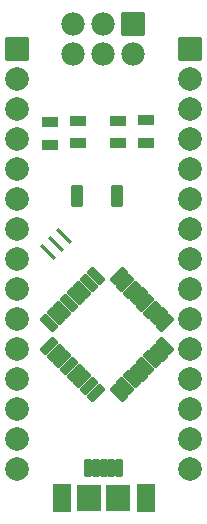
<source format=gbr>
%TF.GenerationSoftware,KiCad,Pcbnew,8.0.2*%
%TF.CreationDate,2024-06-13T12:09:12+05:30*%
%TF.ProjectId,arduino nano,61726475-696e-46f2-906e-616e6f2e6b69,rev?*%
%TF.SameCoordinates,Original*%
%TF.FileFunction,Soldermask,Top*%
%TF.FilePolarity,Negative*%
%FSLAX46Y46*%
G04 Gerber Fmt 4.6, Leading zero omitted, Abs format (unit mm)*
G04 Created by KiCad (PCBNEW 8.0.2) date 2024-06-13 12:09:12*
%MOMM*%
%LPD*%
G01*
G04 APERTURE LIST*
G04 Aperture macros list*
%AMRoundRect*
0 Rectangle with rounded corners*
0 $1 Rounding radius*
0 $2 $3 $4 $5 $6 $7 $8 $9 X,Y pos of 4 corners*
0 Add a 4 corners polygon primitive as box body*
4,1,4,$2,$3,$4,$5,$6,$7,$8,$9,$2,$3,0*
0 Add four circle primitives for the rounded corners*
1,1,$1+$1,$2,$3*
1,1,$1+$1,$4,$5*
1,1,$1+$1,$6,$7*
1,1,$1+$1,$8,$9*
0 Add four rect primitives between the rounded corners*
20,1,$1+$1,$2,$3,$4,$5,0*
20,1,$1+$1,$4,$5,$6,$7,0*
20,1,$1+$1,$6,$7,$8,$9,0*
20,1,$1+$1,$8,$9,$2,$3,0*%
%AMRotRect*
0 Rectangle, with rotation*
0 The origin of the aperture is its center*
0 $1 length*
0 $2 width*
0 $3 Rotation angle, in degrees counterclockwise*
0 Add horizontal line*
21,1,$1,$2,0,0,$3*%
G04 Aperture macros list end*
%ADD10C,0.010000*%
%ADD11R,1.400000X0.900000*%
%ADD12RotRect,0.300000X1.600000X225.000000*%
%ADD13C,0.450000*%
%ADD14RoundRect,0.102000X-0.200000X-0.700000X0.200000X-0.700000X0.200000X0.700000X-0.200000X0.700000X0*%
%ADD15RoundRect,0.102000X-0.950000X-1.000000X0.950000X-1.000000X0.950000X1.000000X-0.950000X1.000000X0*%
%ADD16RoundRect,0.102000X-0.900000X-0.900000X0.900000X-0.900000X0.900000X0.900000X-0.900000X0.900000X0*%
%ADD17C,2.004000*%
%ADD18RoundRect,0.094250X-0.725138X0.325269X0.325269X-0.725138X0.725138X-0.325269X-0.325269X0.725138X0*%
%ADD19RoundRect,0.094250X-0.725138X-0.325269X-0.325269X-0.725138X0.725138X0.325269X0.325269X0.725138X0*%
%ADD20RoundRect,0.102000X-0.889000X0.889000X-0.889000X-0.889000X0.889000X-0.889000X0.889000X0.889000X0*%
%ADD21C,1.982000*%
%ADD22RoundRect,0.102000X0.400000X-0.850000X0.400000X0.850000X-0.400000X0.850000X-0.400000X-0.850000X0*%
G04 APERTURE END LIST*
D10*
%TO.C,J1*%
X146000000Y-124584500D02*
X144544020Y-124584500D01*
X144544020Y-122282900D01*
X146000000Y-122282900D01*
X146000000Y-124584500D01*
G36*
X146000000Y-124584500D02*
G01*
X144544020Y-124584500D01*
X144544020Y-122282900D01*
X146000000Y-122282900D01*
X146000000Y-124584500D01*
G37*
X153150000Y-124584940D02*
X151705050Y-124584940D01*
X151705050Y-122282900D01*
X153150000Y-122282900D01*
X153150000Y-124584940D01*
G36*
X153150000Y-124584940D02*
G01*
X151705050Y-124584940D01*
X151705050Y-122282900D01*
X153150000Y-122282900D01*
X153150000Y-124584940D01*
G37*
%TD*%
D11*
%TO.C,LD2*%
X150100000Y-91500000D03*
X150100000Y-93400000D03*
%TD*%
D12*
%TO.C,Y1*%
X144178249Y-102621751D03*
X144850000Y-101950000D03*
X145521751Y-101278249D03*
%TD*%
D11*
%TO.C,LD3(RX)1*%
X144350000Y-93550000D03*
X144350000Y-91650000D03*
%TD*%
%TO.C,LD1*%
X152450000Y-91450000D03*
X152450000Y-93350000D03*
%TD*%
D13*
%TO.C,J1*%
X145275000Y-123432900D03*
X152425000Y-123432900D03*
D14*
X147550000Y-120882900D03*
X148200000Y-120882900D03*
X148850000Y-120882900D03*
X149500000Y-120882900D03*
X150150000Y-120882900D03*
D15*
X147650000Y-123432900D03*
X150050000Y-123432900D03*
%TD*%
D16*
%TO.C,J2*%
X141500000Y-85400000D03*
D17*
X141500000Y-87940000D03*
X141500000Y-90480000D03*
X141500000Y-93020000D03*
X141500000Y-95560000D03*
X141500000Y-98100000D03*
X141500000Y-100640000D03*
X141500000Y-103180000D03*
X141500000Y-105720000D03*
X141500000Y-108260000D03*
X141500000Y-110800000D03*
X141500000Y-113340000D03*
X141500000Y-115880000D03*
X141500000Y-118420000D03*
X141500000Y-120960000D03*
%TD*%
D18*
%TO.C,U1*%
X148181264Y-104671466D03*
X147615578Y-105237151D03*
X147049893Y-105802837D03*
X146484207Y-106368522D03*
X145918522Y-106934207D03*
X145352837Y-107499893D03*
X144787151Y-108065578D03*
X144221466Y-108631264D03*
D19*
X144221466Y-110568736D03*
X144787151Y-111134422D03*
X145352837Y-111700107D03*
X145918522Y-112265793D03*
X146484207Y-112831478D03*
X147049893Y-113397163D03*
X147615578Y-113962849D03*
X148181264Y-114528534D03*
D18*
X150118736Y-114528534D03*
X150684422Y-113962849D03*
X151250107Y-113397163D03*
X151815793Y-112831478D03*
X152381478Y-112265793D03*
X152947163Y-111700107D03*
X153512849Y-111134422D03*
X154078534Y-110568736D03*
D19*
X154078534Y-108631264D03*
X153512849Y-108065578D03*
X152947163Y-107499893D03*
X152381478Y-106934207D03*
X151815793Y-106368522D03*
X151250107Y-105802837D03*
X150684422Y-105237151D03*
X150118736Y-104671466D03*
%TD*%
D20*
%TO.C,X1*%
X151371750Y-83298250D03*
D21*
X151371750Y-85838250D03*
X148831750Y-83298250D03*
X148831750Y-85838250D03*
X146291750Y-83298250D03*
X146291750Y-85838250D03*
%TD*%
D22*
%TO.C,S1*%
X146600000Y-97850000D03*
X150000000Y-97850000D03*
%TD*%
D11*
%TO.C,LD4(TX)1*%
X146650000Y-93400000D03*
X146650000Y-91500000D03*
%TD*%
D16*
%TO.C,J3*%
X156200000Y-85400000D03*
D17*
X156200000Y-87940000D03*
X156200000Y-90480000D03*
X156200000Y-93020000D03*
X156200000Y-95560000D03*
X156200000Y-98100000D03*
X156200000Y-100640000D03*
X156200000Y-103180000D03*
X156200000Y-105720000D03*
X156200000Y-108260000D03*
X156200000Y-110800000D03*
X156200000Y-113340000D03*
X156200000Y-115880000D03*
X156200000Y-118420000D03*
X156200000Y-120960000D03*
%TD*%
M02*

</source>
